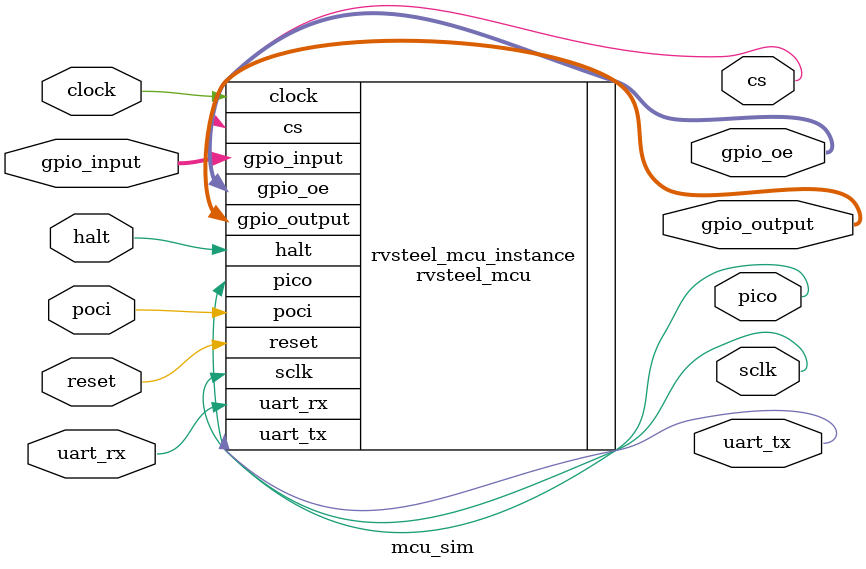
<source format=v>

module mcu_sim #(

    // Number of available I/O ports
    parameter GPIO_WIDTH    = 2,
    // Number of CS (Chip Select) pins for the SPI controller
    parameter NUM_CS_LINES  = 1

  ) (

    input   wire                      clock       ,
    input   wire                      reset       ,
    input   wire                      halt        ,
    input   wire                      uart_rx     ,
    output  wire                      uart_tx     ,
    input   wire  [GPIO_WIDTH-1:0]    gpio_input  ,
    output  wire  [GPIO_WIDTH-1:0]    gpio_oe     ,
    output  wire  [GPIO_WIDTH-1:0]    gpio_output ,
    output  wire                      sclk        ,
    output  wire                      pico        ,
    input   wire                      poci        ,
    output  wire  [NUM_CS_LINES-1:0]  cs
  );

  rvsteel_mcu #(

    .CLOCK_FREQUENCY          (50000000           ),
    .UART_BAUD_RATE           (9600               ),
    .MEMORY_SIZE              (32768              ),
    .MEMORY_INIT_FILE         (""                 ),
    .BOOT_ADDRESS             (32'h00000000       ),
    .GPIO_WIDTH               (GPIO_WIDTH         )

  ) rvsteel_mcu_instance (

    .clock                    (clock              ),
    .reset                    (reset              ),
    .halt                     (halt               ),
    .uart_rx                  (uart_rx            ),
    .uart_tx                  (uart_tx            ),
    .gpio_input               (gpio_input         ),
    .gpio_oe                  (gpio_oe            ),
    .gpio_output              (gpio_output        ),
    .sclk                     (sclk               ),
    .pico                     (pico               ),
    .poci                     (poci               ),
    .cs                       (cs                 )
  );

endmodule

</source>
